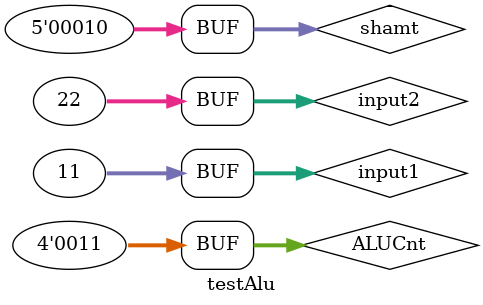
<source format=v>
`timescale 1ns / 1ps


module testAlu;

	// Inputs
	reg [3:0] ALUCnt;
	reg [31:0] input1;
	reg [31:0] input2;
	reg [4:0] shamt;

	// Outputs
	wire [31:0] result;
	wire zero;

	// Instantiate the Unit Under Test (UUT)
	Alu uut (
		.ALUCnt(ALUCnt), 
		.input1(input1), 
		.input2(input2), 
		.shamt(shamt), 
		.result(result), 
		.zero(zero)
	);

	initial begin
		// Initialize Inputs
		ALUCnt = 4'b0000;
		input1 = 1;
		input2 = 2;
		shamt = 1;

		// Wait 100 ns for global reset to finish
		#100;
		ALUCnt = 4'b0011;
		input1 = 11;
		input2 = 22;
		shamt = 2;
        
		// Add stimulus here

	end
      
endmodule


</source>
